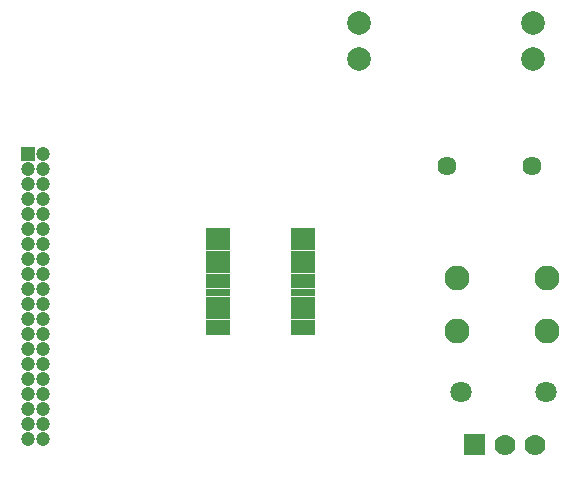
<source format=gbs>
G04 Layer: BottomSolderMaskLayer*
G04 EasyEDA v6.2.43, 2019-09-14T08:05:40+03:00*
G04 099efe80dd8e4075b8cc61d203687640,04130c9be27c403289d01f1062dd982b,10*
G04 Gerber Generator version 0.2*
G04 Scale: 100 percent, Rotated: No, Reflected: No *
G04 Dimensions in millimeters *
G04 leading zeros omitted , absolute positions ,3 integer and 3 decimal *
%FSLAX33Y33*%
%MOMM*%
G90*
G71D02*

%ADD35C,1.617980*%
%ADD36C,2.108200*%
%ADD37C,2.003196*%
%ADD38C,1.803197*%
%ADD39C,1.778000*%
%ADD41C,1.203198*%

%LPD*%
G36*
G01X26466Y20180D02*
G01X26466Y20789D01*
G01X28473Y20789D01*
G01X28473Y20180D01*
G01X26466Y20180D01*
G37*
G36*
G01X26466Y19519D02*
G01X26466Y20129D01*
G01X28473Y20129D01*
G01X28473Y19519D01*
G01X26466Y19519D01*
G37*
G36*
G01X26466Y18884D02*
G01X26466Y19494D01*
G01X28473Y19494D01*
G01X28473Y18884D01*
G01X26466Y18884D01*
G37*
G36*
G01X26466Y18224D02*
G01X26466Y18834D01*
G01X28473Y18834D01*
G01X28473Y18224D01*
G01X26466Y18224D01*
G37*
G36*
G01X26466Y17564D02*
G01X26466Y18173D01*
G01X28473Y18173D01*
G01X28473Y17564D01*
G01X26466Y17564D01*
G37*
G36*
G01X26466Y16929D02*
G01X26466Y17538D01*
G01X28473Y17538D01*
G01X28473Y16929D01*
G01X26466Y16929D01*
G37*
G36*
G01X26466Y16268D02*
G01X26466Y16878D01*
G01X28473Y16878D01*
G01X28473Y16268D01*
G01X26466Y16268D01*
G37*
G36*
G01X26466Y15633D02*
G01X26466Y16243D01*
G01X28473Y16243D01*
G01X28473Y15633D01*
G01X26466Y15633D01*
G37*
G36*
G01X26466Y14973D02*
G01X26466Y15582D01*
G01X28473Y15582D01*
G01X28473Y14973D01*
G01X26466Y14973D01*
G37*
G36*
G01X26466Y14312D02*
G01X26466Y14922D01*
G01X28473Y14922D01*
G01X28473Y14312D01*
G01X26466Y14312D01*
G37*
G36*
G01X26466Y13677D02*
G01X26466Y14287D01*
G01X28473Y14287D01*
G01X28473Y13677D01*
G01X26466Y13677D01*
G37*
G36*
G01X26466Y13017D02*
G01X26466Y13627D01*
G01X28473Y13627D01*
G01X28473Y13017D01*
G01X26466Y13017D01*
G37*
G36*
G01X26466Y12382D02*
G01X26466Y12992D01*
G01X28473Y12992D01*
G01X28473Y12382D01*
G01X26466Y12382D01*
G37*
G36*
G01X26466Y11722D02*
G01X26466Y12331D01*
G01X28473Y12331D01*
G01X28473Y11722D01*
G01X26466Y11722D01*
G37*
G36*
G01X19278Y11722D02*
G01X19278Y12331D01*
G01X21285Y12331D01*
G01X21285Y11722D01*
G01X19278Y11722D01*
G37*
G36*
G01X19278Y12382D02*
G01X19278Y12992D01*
G01X21285Y12992D01*
G01X21285Y12382D01*
G01X19278Y12382D01*
G37*
G36*
G01X19278Y13017D02*
G01X19278Y13627D01*
G01X21285Y13627D01*
G01X21285Y13017D01*
G01X19278Y13017D01*
G37*
G36*
G01X19278Y13677D02*
G01X19278Y14287D01*
G01X21285Y14287D01*
G01X21285Y13677D01*
G01X19278Y13677D01*
G37*
G36*
G01X19278Y14312D02*
G01X19278Y14922D01*
G01X21285Y14922D01*
G01X21285Y14312D01*
G01X19278Y14312D01*
G37*
G36*
G01X19278Y14973D02*
G01X19278Y15582D01*
G01X21285Y15582D01*
G01X21285Y14973D01*
G01X19278Y14973D01*
G37*
G36*
G01X19278Y15633D02*
G01X19278Y16243D01*
G01X21285Y16243D01*
G01X21285Y15633D01*
G01X19278Y15633D01*
G37*
G36*
G01X19278Y16268D02*
G01X19278Y16878D01*
G01X21285Y16878D01*
G01X21285Y16268D01*
G01X19278Y16268D01*
G37*
G36*
G01X19278Y16929D02*
G01X19278Y17538D01*
G01X21285Y17538D01*
G01X21285Y16929D01*
G01X19278Y16929D01*
G37*
G36*
G01X19278Y17564D02*
G01X19278Y18173D01*
G01X21285Y18173D01*
G01X21285Y17564D01*
G01X19278Y17564D01*
G37*
G36*
G01X19278Y18224D02*
G01X19278Y18834D01*
G01X21285Y18834D01*
G01X21285Y18224D01*
G01X19278Y18224D01*
G37*
G36*
G01X19278Y18884D02*
G01X19278Y19494D01*
G01X21285Y19494D01*
G01X21285Y18884D01*
G01X19278Y18884D01*
G37*
G36*
G01X19278Y19519D02*
G01X19278Y20129D01*
G01X21285Y20129D01*
G01X21285Y19519D01*
G01X19278Y19519D01*
G37*
G36*
G01X19278Y20180D02*
G01X19278Y20789D01*
G01X21285Y20789D01*
G01X21285Y20180D01*
G01X19278Y20180D01*
G37*
G54D35*
G01X39700Y26035D03*
G01X46913Y26035D03*
G54D36*
G01X48133Y12065D03*
G01X40513Y12065D03*
G01X40513Y16510D03*
G01X48133Y16510D03*
G54D37*
G01X32258Y38076D03*
G01X32258Y35075D03*
G01X46990Y38076D03*
G01X46990Y35075D03*
G54D38*
G01X40850Y6858D03*
G01X48049Y6858D03*
G54D39*
G01X47117Y2413D03*
G01X44577Y2413D03*
G36*
G01X41148Y1524D02*
G01X41148Y3302D01*
G01X42926Y3302D01*
G01X42926Y1524D01*
G01X41148Y1524D01*
G37*
G54D41*
G01X5461Y4191D03*
G01X5461Y5461D03*
G01X5461Y8001D03*
G01X5461Y9271D03*
G01X5461Y10541D03*
G01X5461Y11811D03*
G01X5461Y19431D03*
G01X5461Y20701D03*
G01X5461Y21971D03*
G01X5461Y24511D03*
G01X5461Y25781D03*
G01X5461Y27051D03*
G01X5461Y23241D03*
G01X5461Y18161D03*
G01X5461Y16891D03*
G01X5461Y15621D03*
G01X5461Y14351D03*
G01X5461Y13081D03*
G01X5461Y6731D03*
G01X5461Y2921D03*
G01X4191Y2921D03*
G01X4191Y6731D03*
G01X4191Y13081D03*
G01X4191Y14351D03*
G01X4191Y15621D03*
G01X4191Y16891D03*
G01X4191Y18161D03*
G01X4191Y23241D03*
G36*
G01X3589Y26449D02*
G01X3589Y27652D01*
G01X4792Y27652D01*
G01X4792Y26449D01*
G01X3589Y26449D01*
G37*
G01X4191Y25781D03*
G01X4191Y24511D03*
G01X4191Y21971D03*
G01X4191Y20701D03*
G01X4191Y19431D03*
G01X4191Y11811D03*
G01X4191Y10541D03*
G01X4191Y9271D03*
G01X4191Y8001D03*
G01X4191Y5461D03*
G01X4191Y4191D03*
M00*
M02*

</source>
